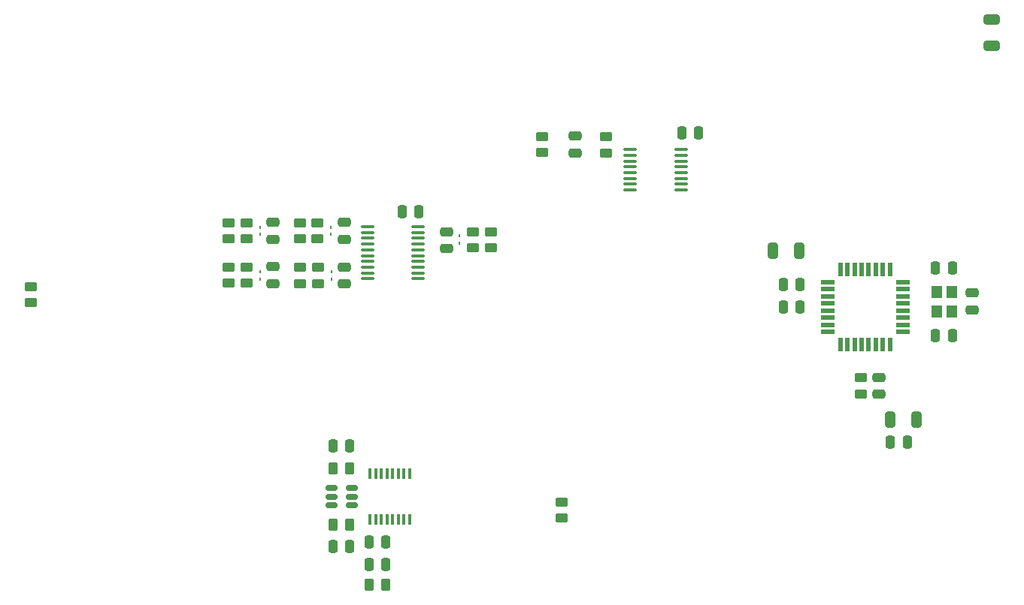
<source format=gbr>
%TF.GenerationSoftware,KiCad,Pcbnew,(6.0.7-1)-1*%
%TF.CreationDate,2022-12-08T22:36:41-08:00*%
%TF.ProjectId,Control,436f6e74-726f-46c2-9e6b-696361645f70,1.1*%
%TF.SameCoordinates,Original*%
%TF.FileFunction,Paste,Top*%
%TF.FilePolarity,Positive*%
%FSLAX46Y46*%
G04 Gerber Fmt 4.6, Leading zero omitted, Abs format (unit mm)*
G04 Created by KiCad (PCBNEW (6.0.7-1)-1) date 2022-12-08 22:36:41*
%MOMM*%
%LPD*%
G01*
G04 APERTURE LIST*
G04 Aperture macros list*
%AMRoundRect*
0 Rectangle with rounded corners*
0 $1 Rounding radius*
0 $2 $3 $4 $5 $6 $7 $8 $9 X,Y pos of 4 corners*
0 Add a 4 corners polygon primitive as box body*
4,1,4,$2,$3,$4,$5,$6,$7,$8,$9,$2,$3,0*
0 Add four circle primitives for the rounded corners*
1,1,$1+$1,$2,$3*
1,1,$1+$1,$4,$5*
1,1,$1+$1,$6,$7*
1,1,$1+$1,$8,$9*
0 Add four rect primitives between the rounded corners*
20,1,$1+$1,$2,$3,$4,$5,0*
20,1,$1+$1,$4,$5,$6,$7,0*
20,1,$1+$1,$6,$7,$8,$9,0*
20,1,$1+$1,$8,$9,$2,$3,0*%
G04 Aperture macros list end*
%ADD10RoundRect,0.250000X0.250000X0.475000X-0.250000X0.475000X-0.250000X-0.475000X0.250000X-0.475000X0*%
%ADD11RoundRect,0.250000X0.475000X-0.250000X0.475000X0.250000X-0.475000X0.250000X-0.475000X-0.250000X0*%
%ADD12RoundRect,0.250000X-0.250000X-0.475000X0.250000X-0.475000X0.250000X0.475000X-0.250000X0.475000X0*%
%ADD13RoundRect,0.250000X-0.325000X-0.650000X0.325000X-0.650000X0.325000X0.650000X-0.325000X0.650000X0*%
%ADD14RoundRect,0.250000X0.325000X0.650000X-0.325000X0.650000X-0.325000X-0.650000X0.325000X-0.650000X0*%
%ADD15RoundRect,0.250000X0.450000X-0.262500X0.450000X0.262500X-0.450000X0.262500X-0.450000X-0.262500X0*%
%ADD16RoundRect,0.100000X-0.637500X-0.100000X0.637500X-0.100000X0.637500X0.100000X-0.637500X0.100000X0*%
%ADD17R,1.600000X0.550000*%
%ADD18R,0.550000X1.600000*%
%ADD19R,1.200000X1.400000*%
%ADD20RoundRect,0.250000X-0.650000X0.325000X-0.650000X-0.325000X0.650000X-0.325000X0.650000X0.325000X0*%
%ADD21RoundRect,0.250000X-0.262500X-0.450000X0.262500X-0.450000X0.262500X0.450000X-0.262500X0.450000X0*%
%ADD22R,0.400000X1.200000*%
%ADD23RoundRect,0.150000X0.512500X0.150000X-0.512500X0.150000X-0.512500X-0.150000X0.512500X-0.150000X0*%
%ADD24RoundRect,0.250000X-0.475000X0.250000X-0.475000X-0.250000X0.475000X-0.250000X0.475000X0.250000X0*%
%ADD25RoundRect,0.250000X-0.450000X0.262500X-0.450000X-0.262500X0.450000X-0.262500X0.450000X0.262500X0*%
%ADD26R,0.250000X0.360000*%
G04 APERTURE END LIST*
D10*
%TO.C,C3*%
X181925000Y-81915000D03*
X180025000Y-81915000D03*
%TD*%
%TO.C,C5*%
X205420000Y-116840000D03*
X203520000Y-116840000D03*
%TD*%
D11*
%TO.C,C7*%
X212725000Y-101915000D03*
X212725000Y-100015000D03*
%TD*%
D10*
%TO.C,C8*%
X210500000Y-97155000D03*
X208600000Y-97155000D03*
%TD*%
%TO.C,C9*%
X193355000Y-101600000D03*
X191455000Y-101600000D03*
%TD*%
D12*
%TO.C,C11*%
X191455000Y-99060000D03*
X193355000Y-99060000D03*
%TD*%
D13*
%TO.C,C13*%
X203503000Y-114300000D03*
X206453000Y-114300000D03*
%TD*%
D14*
%TO.C,C14*%
X193245000Y-95250000D03*
X190295000Y-95250000D03*
%TD*%
D15*
%TO.C,R1*%
X171450000Y-84224500D03*
X171450000Y-82399500D03*
%TD*%
%TO.C,R3*%
X200152000Y-111402500D03*
X200152000Y-109577500D03*
%TD*%
D16*
%TO.C,U1*%
X174175500Y-83831000D03*
X174175500Y-84481000D03*
X174175500Y-85131000D03*
X174175500Y-85781000D03*
X174175500Y-86431000D03*
X174175500Y-87081000D03*
X174175500Y-87731000D03*
X174175500Y-88381000D03*
X179900500Y-88381000D03*
X179900500Y-87731000D03*
X179900500Y-87081000D03*
X179900500Y-86431000D03*
X179900500Y-85781000D03*
X179900500Y-85131000D03*
X179900500Y-84481000D03*
X179900500Y-83831000D03*
%TD*%
D17*
%TO.C,U4*%
X204910000Y-104400000D03*
X204910000Y-103600000D03*
X204910000Y-102800000D03*
X204910000Y-102000000D03*
X204910000Y-101200000D03*
X204910000Y-100400000D03*
X204910000Y-99600000D03*
X204910000Y-98800000D03*
D18*
X203460000Y-97350000D03*
X202660000Y-97350000D03*
X201860000Y-97350000D03*
X201060000Y-97350000D03*
X200260000Y-97350000D03*
X199460000Y-97350000D03*
X198660000Y-97350000D03*
X197860000Y-97350000D03*
D17*
X196410000Y-98800000D03*
X196410000Y-99600000D03*
X196410000Y-100400000D03*
X196410000Y-101200000D03*
X196410000Y-102000000D03*
X196410000Y-102800000D03*
X196410000Y-103600000D03*
X196410000Y-104400000D03*
D18*
X197860000Y-105850000D03*
X198660000Y-105850000D03*
X199460000Y-105850000D03*
X200260000Y-105850000D03*
X201060000Y-105850000D03*
X201860000Y-105850000D03*
X202660000Y-105850000D03*
X203460000Y-105850000D03*
%TD*%
D19*
%TO.C,Y1*%
X210400000Y-102065000D03*
X210400000Y-99865000D03*
X208700000Y-99865000D03*
X208700000Y-102065000D03*
%TD*%
D12*
%TO.C,C15*%
X208600000Y-104775000D03*
X210500000Y-104775000D03*
%TD*%
D20*
%TO.C,C12*%
X214884000Y-69137000D03*
X214884000Y-72087000D03*
%TD*%
D21*
%TO.C,R2*%
X144837500Y-132879000D03*
X146662500Y-132879000D03*
%TD*%
%TO.C,R6*%
X140773500Y-119798000D03*
X142598500Y-119798000D03*
%TD*%
D22*
%TO.C,U2*%
X149369500Y-120373000D03*
X148734500Y-120373000D03*
X148099500Y-120373000D03*
X147464500Y-120373000D03*
X146829500Y-120373000D03*
X146194500Y-120373000D03*
X145559500Y-120373000D03*
X144924500Y-120373000D03*
X144924500Y-125573000D03*
X145559500Y-125573000D03*
X146194500Y-125573000D03*
X146829500Y-125573000D03*
X147464500Y-125573000D03*
X148099500Y-125573000D03*
X148734500Y-125573000D03*
X149369500Y-125573000D03*
%TD*%
D23*
%TO.C,U5*%
X142823500Y-123923000D03*
X142823500Y-122973000D03*
X142823500Y-122023000D03*
X140548500Y-122023000D03*
X140548500Y-122973000D03*
X140548500Y-123923000D03*
%TD*%
D21*
%TO.C,R7*%
X140773500Y-126148000D03*
X142598500Y-126148000D03*
%TD*%
D10*
%TO.C,C6*%
X146700000Y-130593000D03*
X144800000Y-130593000D03*
%TD*%
%TO.C,C2*%
X142636000Y-117258000D03*
X140736000Y-117258000D03*
%TD*%
%TO.C,C4*%
X146700000Y-128053000D03*
X144800000Y-128053000D03*
%TD*%
%TO.C,C1*%
X142636000Y-128561000D03*
X140736000Y-128561000D03*
%TD*%
D24*
%TO.C,C16*%
X168000000Y-82300000D03*
X168000000Y-84200000D03*
%TD*%
D25*
%TO.C,R4*%
X164250000Y-82337500D03*
X164250000Y-84162500D03*
%TD*%
%TO.C,R5*%
X166500000Y-123587500D03*
X166500000Y-125412500D03*
%TD*%
%TO.C,R19*%
X129000000Y-92087500D03*
X129000000Y-93912500D03*
%TD*%
D15*
%TO.C,R11*%
X106680000Y-101092000D03*
X106680000Y-99267000D03*
%TD*%
D25*
%TO.C,R21*%
X137000000Y-92087500D03*
X137000000Y-93912500D03*
%TD*%
%TO.C,R18*%
X131000000Y-92087500D03*
X131000000Y-93912500D03*
%TD*%
D26*
%TO.C,D6*%
X140494000Y-93420000D03*
X140494000Y-92580000D03*
%TD*%
D12*
%TO.C,C22*%
X148495000Y-90840000D03*
X150395000Y-90840000D03*
%TD*%
D24*
%TO.C,C19*%
X134000000Y-97050000D03*
X134000000Y-98950000D03*
%TD*%
%TO.C,C18*%
X142050000Y-97100000D03*
X142050000Y-99000000D03*
%TD*%
D15*
%TO.C,R15*%
X137050000Y-98962500D03*
X137050000Y-97137500D03*
%TD*%
D26*
%TO.C,D4*%
X132500000Y-97580000D03*
X132500000Y-98420000D03*
%TD*%
D11*
%TO.C,C21*%
X142000000Y-93950000D03*
X142000000Y-92050000D03*
%TD*%
D26*
%TO.C,D2*%
X155000000Y-94420000D03*
X155000000Y-93580000D03*
%TD*%
D15*
%TO.C,R16*%
X131000000Y-98912500D03*
X131000000Y-97087500D03*
%TD*%
D16*
%TO.C,U3*%
X144607500Y-92545000D03*
X144607500Y-93195000D03*
X144607500Y-93845000D03*
X144607500Y-94495000D03*
X144607500Y-95145000D03*
X144607500Y-95795000D03*
X144607500Y-96445000D03*
X144607500Y-97095000D03*
X144607500Y-97745000D03*
X144607500Y-98395000D03*
X150332500Y-98395000D03*
X150332500Y-97745000D03*
X150332500Y-97095000D03*
X150332500Y-96445000D03*
X150332500Y-95795000D03*
X150332500Y-95145000D03*
X150332500Y-94495000D03*
X150332500Y-93845000D03*
X150332500Y-93195000D03*
X150332500Y-92545000D03*
%TD*%
D11*
%TO.C,C10*%
X153500000Y-95000000D03*
X153500000Y-93100000D03*
%TD*%
D26*
%TO.C,D5*%
X132500000Y-93420000D03*
X132500000Y-92580000D03*
%TD*%
D25*
%TO.C,R20*%
X138970000Y-92087500D03*
X138970000Y-93912500D03*
%TD*%
D11*
%TO.C,C20*%
X134000000Y-93950000D03*
X134000000Y-92050000D03*
%TD*%
D15*
%TO.C,R14*%
X139050000Y-98962500D03*
X139050000Y-97137500D03*
%TD*%
D24*
%TO.C,C17*%
X202184000Y-109540000D03*
X202184000Y-111440000D03*
%TD*%
D26*
%TO.C,D3*%
X140550000Y-97630000D03*
X140550000Y-98470000D03*
%TD*%
D15*
%TO.C,R17*%
X129000000Y-98912500D03*
X129000000Y-97087500D03*
%TD*%
D25*
%TO.C,R12*%
X156500000Y-93087500D03*
X156500000Y-94912500D03*
%TD*%
%TO.C,R13*%
X158500000Y-93087500D03*
X158500000Y-94912500D03*
%TD*%
M02*

</source>
